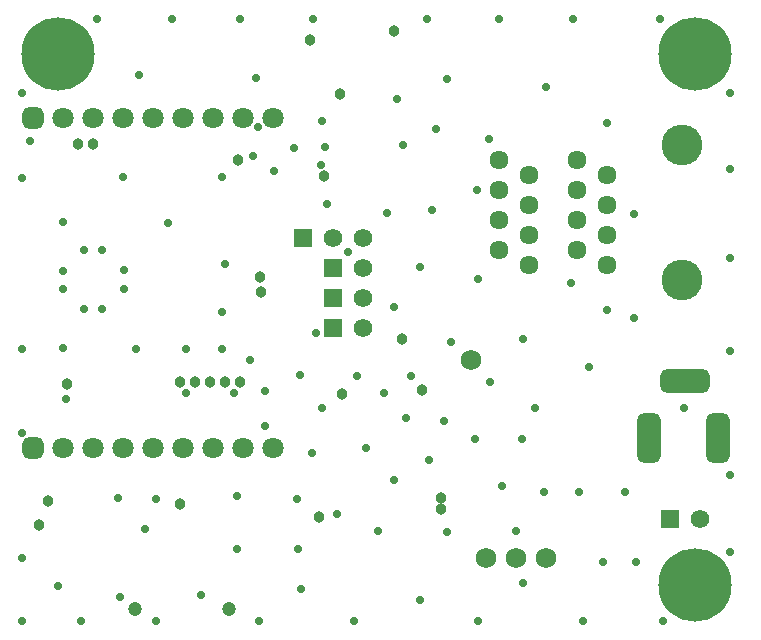
<source format=gbs>
G04*
G04 #@! TF.GenerationSoftware,Altium Limited,Altium Designer,24.8.2 (39)*
G04*
G04 Layer_Color=16711935*
%FSLAX25Y25*%
%MOIN*%
G70*
G04*
G04 #@! TF.SameCoordinates,AA557069-6426-4FA0-AAFB-6E3012F5CD7C*
G04*
G04*
G04 #@! TF.FilePolarity,Negative*
G04*
G01*
G75*
%ADD69C,0.07099*%
G04:AMPARAMS|DCode=70|XSize=70.99mil|YSize=70.99mil|CornerRadius=19.75mil|HoleSize=0mil|Usage=FLASHONLY|Rotation=0.000|XOffset=0mil|YOffset=0mil|HoleType=Round|Shape=RoundedRectangle|*
%AMROUNDEDRECTD70*
21,1,0.07099,0.03150,0,0,0.0*
21,1,0.03150,0.07099,0,0,0.0*
1,1,0.03950,0.01575,-0.01575*
1,1,0.03950,-0.01575,-0.01575*
1,1,0.03950,-0.01575,0.01575*
1,1,0.03950,0.01575,0.01575*
%
%ADD70ROUNDEDRECTD70*%
%ADD71C,0.24422*%
%ADD72C,0.06181*%
%ADD73R,0.06181X0.06181*%
%ADD74C,0.04737*%
%ADD75C,0.06343*%
%ADD76C,0.13595*%
%ADD77C,0.06800*%
G04:AMPARAMS|DCode=78|XSize=165.48mil|YSize=78.87mil|CornerRadius=21.72mil|HoleSize=0mil|Usage=FLASHONLY|Rotation=270.000|XOffset=0mil|YOffset=0mil|HoleType=Round|Shape=RoundedRectangle|*
%AMROUNDEDRECTD78*
21,1,0.16548,0.03543,0,0,270.0*
21,1,0.12205,0.07887,0,0,270.0*
1,1,0.04343,-0.01772,-0.06102*
1,1,0.04343,-0.01772,0.06102*
1,1,0.04343,0.01772,0.06102*
1,1,0.04343,0.01772,-0.06102*
%
%ADD78ROUNDEDRECTD78*%
G04:AMPARAMS|DCode=79|XSize=165.48mil|YSize=78.87mil|CornerRadius=21.72mil|HoleSize=0mil|Usage=FLASHONLY|Rotation=0.000|XOffset=0mil|YOffset=0mil|HoleType=Round|Shape=RoundedRectangle|*
%AMROUNDEDRECTD79*
21,1,0.16548,0.03543,0,0,0.0*
21,1,0.12205,0.07887,0,0,0.0*
1,1,0.04343,0.06102,-0.01772*
1,1,0.04343,-0.06102,-0.01772*
1,1,0.04343,-0.06102,0.01772*
1,1,0.04343,0.06102,0.01772*
%
%ADD79ROUNDEDRECTD79*%
%ADD80C,0.02800*%
%ADD81C,0.03800*%
D69*
X87500Y61500D02*
D03*
X67500D02*
D03*
X47500D02*
D03*
X27500D02*
D03*
X37500D02*
D03*
X57500D02*
D03*
X17500D02*
D03*
X77500D02*
D03*
X57500Y171500D02*
D03*
X37500D02*
D03*
X17500D02*
D03*
X27500D02*
D03*
X47500D02*
D03*
X67500D02*
D03*
X77500D02*
D03*
X87500D02*
D03*
D70*
X7500Y61500D02*
D03*
Y171500D02*
D03*
D71*
X15748Y192913D02*
D03*
X228346Y15748D02*
D03*
Y192913D02*
D03*
D72*
X117500Y101500D02*
D03*
X117440Y111500D02*
D03*
X117500Y131500D02*
D03*
X107500D02*
D03*
X117440Y121500D02*
D03*
X230000Y38000D02*
D03*
D73*
X107500Y101500D02*
D03*
X107440Y111500D02*
D03*
X97500Y131500D02*
D03*
X107440Y121500D02*
D03*
X220000Y38000D02*
D03*
D74*
X41512Y7705D02*
D03*
X73008D02*
D03*
D75*
X189000Y157500D02*
D03*
X199000Y152500D02*
D03*
X189000Y147500D02*
D03*
X199000Y142500D02*
D03*
X189000Y137500D02*
D03*
Y127500D02*
D03*
X173016Y122500D02*
D03*
X163016Y127500D02*
D03*
X173016Y132500D02*
D03*
X163016Y137500D02*
D03*
X173016Y142500D02*
D03*
X163016Y147500D02*
D03*
X173016Y152500D02*
D03*
X199000Y132500D02*
D03*
Y122500D02*
D03*
X163016Y157500D02*
D03*
D76*
X224000Y162500D02*
D03*
Y117500D02*
D03*
D77*
X178500Y25000D02*
D03*
X158500D02*
D03*
X168500D02*
D03*
X153500Y91000D02*
D03*
D78*
X213000Y65000D02*
D03*
X235835D02*
D03*
D79*
X224811Y83898D02*
D03*
D80*
X85000Y80500D02*
D03*
X81000Y159000D02*
D03*
X105000Y162000D02*
D03*
X58500Y80000D02*
D03*
X96500Y86000D02*
D03*
X101852Y100000D02*
D03*
X58500Y94500D02*
D03*
X105500Y143000D02*
D03*
X71517Y122983D02*
D03*
X103500Y156000D02*
D03*
X70500Y107000D02*
D03*
X42000Y94500D02*
D03*
X70500D02*
D03*
X197500Y23500D02*
D03*
X36000Y45000D02*
D03*
X112500Y127000D02*
D03*
X155500Y147500D02*
D03*
X199000Y107500D02*
D03*
X164000Y49000D02*
D03*
X109000Y39500D02*
D03*
X160000Y83500D02*
D03*
X199000Y170000D02*
D03*
X178500Y182000D02*
D03*
X82500Y168500D02*
D03*
X104000Y170500D02*
D03*
X129000Y178000D02*
D03*
X142000Y168000D02*
D03*
X159500Y164500D02*
D03*
X145500Y184500D02*
D03*
X82000Y185000D02*
D03*
X43000Y186000D02*
D03*
X4000Y180000D02*
D03*
X29000Y204500D02*
D03*
X54000D02*
D03*
X76500D02*
D03*
X101000D02*
D03*
X139000D02*
D03*
X163000D02*
D03*
X187500D02*
D03*
X216500D02*
D03*
X240000Y180000D02*
D03*
Y154500D02*
D03*
X208000Y139500D02*
D03*
X240000Y125000D02*
D03*
X208000Y105000D02*
D03*
X240000Y94000D02*
D03*
X170500Y64500D02*
D03*
X155000D02*
D03*
X175000Y75000D02*
D03*
X193000Y88500D02*
D03*
X187000Y116500D02*
D03*
X171000Y98000D02*
D03*
X156000Y118000D02*
D03*
X140500Y141000D02*
D03*
X131000Y162500D02*
D03*
X125500Y140000D02*
D03*
X136500Y122000D02*
D03*
X128000Y108500D02*
D03*
X147000Y97000D02*
D03*
X104000Y75000D02*
D03*
X115500Y85500D02*
D03*
X133500D02*
D03*
X124500Y80000D02*
D03*
X144500Y70500D02*
D03*
X132000Y71500D02*
D03*
X139500Y57500D02*
D03*
X128000Y51000D02*
D03*
X118500Y61500D02*
D03*
X122500Y34000D02*
D03*
X145500Y33500D02*
D03*
X168500Y34000D02*
D03*
X178000Y47000D02*
D03*
X189500D02*
D03*
X205000D02*
D03*
X224500Y75000D02*
D03*
X240000Y52500D02*
D03*
Y27000D02*
D03*
X217500Y4000D02*
D03*
X208500Y23500D02*
D03*
X191000Y4000D02*
D03*
X171000Y16500D02*
D03*
X156000Y4000D02*
D03*
X136500Y11000D02*
D03*
X97000Y14500D02*
D03*
X114500Y4000D02*
D03*
X83000D02*
D03*
X48500D02*
D03*
X96000Y28000D02*
D03*
X95500Y44500D02*
D03*
X94500Y161500D02*
D03*
X88000Y154000D02*
D03*
X6500Y164000D02*
D03*
X17500Y137000D02*
D03*
Y95000D02*
D03*
X52500Y136500D02*
D03*
X30500Y127500D02*
D03*
X24500D02*
D03*
X17500Y120500D02*
D03*
Y114500D02*
D03*
X24500Y108000D02*
D03*
X30500D02*
D03*
X38000Y114500D02*
D03*
Y121000D02*
D03*
X37500Y152000D02*
D03*
X4000Y151500D02*
D03*
X70500Y152000D02*
D03*
X4000Y94500D02*
D03*
Y66500D02*
D03*
X18500Y78000D02*
D03*
X4000Y25000D02*
D03*
Y4000D02*
D03*
X16000Y15500D02*
D03*
X23500Y4000D02*
D03*
X36500Y12000D02*
D03*
X63500Y12500D02*
D03*
X75500Y28000D02*
D03*
Y45500D02*
D03*
X100500Y60000D02*
D03*
X85000Y69000D02*
D03*
X80000Y91000D02*
D03*
X74500Y80000D02*
D03*
X48500Y44500D02*
D03*
X45000Y34500D02*
D03*
D81*
X83130Y118630D02*
D03*
X104440Y152060D02*
D03*
X12500Y44000D02*
D03*
X9398Y35898D02*
D03*
X56500Y43000D02*
D03*
X83500Y113500D02*
D03*
X18883Y83002D02*
D03*
X100000Y197500D02*
D03*
X143500Y41100D02*
D03*
X110500Y79500D02*
D03*
X76402Y83598D02*
D03*
X71480Y83520D02*
D03*
X66480D02*
D03*
X61480D02*
D03*
X56480D02*
D03*
X27500Y163000D02*
D03*
X22500D02*
D03*
X143500Y45000D02*
D03*
X75949Y157449D02*
D03*
X130500Y98000D02*
D03*
X110000Y179500D02*
D03*
X128000Y200500D02*
D03*
X137059Y80941D02*
D03*
X103000Y38500D02*
D03*
M02*

</source>
